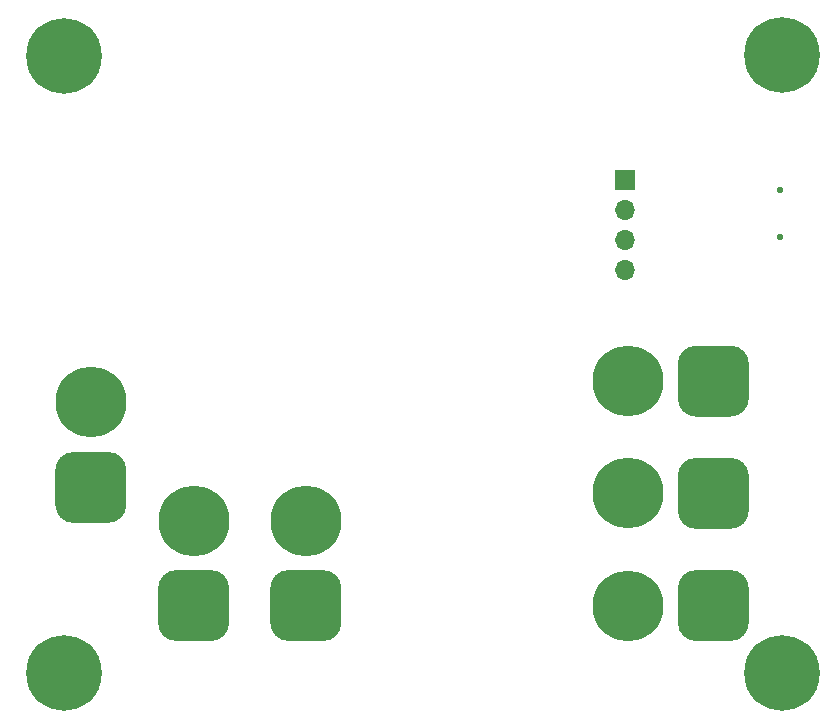
<source format=gbr>
G04 #@! TF.GenerationSoftware,KiCad,Pcbnew,(5.1.7-0-10_14)*
G04 #@! TF.CreationDate,2021-02-01T21:43:09+11:00*
G04 #@! TF.ProjectId,esp32_battery_isolator,65737033-325f-4626-9174-746572795f69,rev?*
G04 #@! TF.SameCoordinates,Original*
G04 #@! TF.FileFunction,Soldermask,Bot*
G04 #@! TF.FilePolarity,Negative*
%FSLAX46Y46*%
G04 Gerber Fmt 4.6, Leading zero omitted, Abs format (unit mm)*
G04 Created by KiCad (PCBNEW (5.1.7-0-10_14)) date 2021-02-01 21:43:09*
%MOMM*%
%LPD*%
G01*
G04 APERTURE LIST*
%ADD10C,6.000000*%
%ADD11C,0.800000*%
%ADD12C,6.400000*%
%ADD13R,1.700000X1.700000*%
%ADD14O,1.700000X1.700000*%
%ADD15C,0.550000*%
G04 APERTURE END LIST*
D10*
X131650000Y-117950000D03*
G36*
G01*
X133150000Y-128150000D02*
X130150000Y-128150000D01*
G75*
G02*
X128650000Y-126650000I0J1500000D01*
G01*
X128650000Y-123650000D01*
G75*
G02*
X130150000Y-122150000I1500000J0D01*
G01*
X133150000Y-122150000D01*
G75*
G02*
X134650000Y-123650000I0J-1500000D01*
G01*
X134650000Y-126650000D01*
G75*
G02*
X133150000Y-128150000I-1500000J0D01*
G01*
G37*
D11*
X112847056Y-129152944D03*
X111150000Y-128450000D03*
X109452944Y-129152944D03*
X108750000Y-130850000D03*
X109452944Y-132547056D03*
X111150000Y-133250000D03*
X112847056Y-132547056D03*
X113550000Y-130850000D03*
D12*
X111150000Y-130850000D03*
D11*
X173647056Y-76852944D03*
X171950000Y-76150000D03*
X170252944Y-76852944D03*
X169550000Y-78550000D03*
X170252944Y-80247056D03*
X171950000Y-80950000D03*
X173647056Y-80247056D03*
X174350000Y-78550000D03*
D12*
X171950000Y-78550000D03*
X171950000Y-130850000D03*
D11*
X174350000Y-130850000D03*
X173647056Y-132547056D03*
X171950000Y-133250000D03*
X170252944Y-132547056D03*
X169550000Y-130850000D03*
X170252944Y-129152944D03*
X171950000Y-128450000D03*
X173647056Y-129152944D03*
X112847056Y-76952944D03*
X111150000Y-76250000D03*
X109452944Y-76952944D03*
X108750000Y-78650000D03*
X109452944Y-80347056D03*
X111150000Y-81050000D03*
X112847056Y-80347056D03*
X113550000Y-78650000D03*
D12*
X111150000Y-78650000D03*
D10*
X122150000Y-117950000D03*
G36*
G01*
X123650000Y-128150000D02*
X120650000Y-128150000D01*
G75*
G02*
X119150000Y-126650000I0J1500000D01*
G01*
X119150000Y-123650000D01*
G75*
G02*
X120650000Y-122150000I1500000J0D01*
G01*
X123650000Y-122150000D01*
G75*
G02*
X125150000Y-123650000I0J-1500000D01*
G01*
X125150000Y-126650000D01*
G75*
G02*
X123650000Y-128150000I-1500000J0D01*
G01*
G37*
D13*
X158650000Y-89150000D03*
D14*
X158650000Y-91690000D03*
X158650000Y-94230000D03*
X158650000Y-96770000D03*
D15*
X171800000Y-93960000D03*
X171800000Y-89960000D03*
D10*
X113450000Y-107950000D03*
G36*
G01*
X114950000Y-118150000D02*
X111950000Y-118150000D01*
G75*
G02*
X110450000Y-116650000I0J1500000D01*
G01*
X110450000Y-113650000D01*
G75*
G02*
X111950000Y-112150000I1500000J0D01*
G01*
X114950000Y-112150000D01*
G75*
G02*
X116450000Y-113650000I0J-1500000D01*
G01*
X116450000Y-116650000D01*
G75*
G02*
X114950000Y-118150000I-1500000J0D01*
G01*
G37*
X158950000Y-115650000D03*
G36*
G01*
X169150000Y-114150000D02*
X169150000Y-117150000D01*
G75*
G02*
X167650000Y-118650000I-1500000J0D01*
G01*
X164650000Y-118650000D01*
G75*
G02*
X163150000Y-117150000I0J1500000D01*
G01*
X163150000Y-114150000D01*
G75*
G02*
X164650000Y-112650000I1500000J0D01*
G01*
X167650000Y-112650000D01*
G75*
G02*
X169150000Y-114150000I0J-1500000D01*
G01*
G37*
G36*
G01*
X169150000Y-104650000D02*
X169150000Y-107650000D01*
G75*
G02*
X167650000Y-109150000I-1500000J0D01*
G01*
X164650000Y-109150000D01*
G75*
G02*
X163150000Y-107650000I0J1500000D01*
G01*
X163150000Y-104650000D01*
G75*
G02*
X164650000Y-103150000I1500000J0D01*
G01*
X167650000Y-103150000D01*
G75*
G02*
X169150000Y-104650000I0J-1500000D01*
G01*
G37*
X158950000Y-106150000D03*
X158950000Y-125150000D03*
G36*
G01*
X169150000Y-123650000D02*
X169150000Y-126650000D01*
G75*
G02*
X167650000Y-128150000I-1500000J0D01*
G01*
X164650000Y-128150000D01*
G75*
G02*
X163150000Y-126650000I0J1500000D01*
G01*
X163150000Y-123650000D01*
G75*
G02*
X164650000Y-122150000I1500000J0D01*
G01*
X167650000Y-122150000D01*
G75*
G02*
X169150000Y-123650000I0J-1500000D01*
G01*
G37*
M02*

</source>
